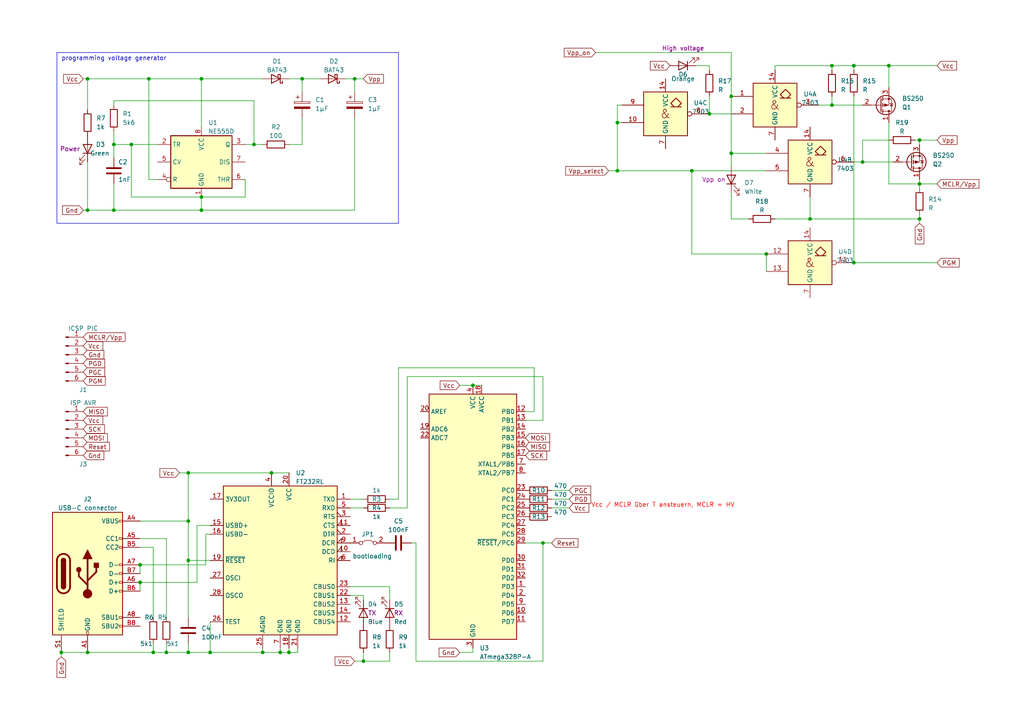
<source format=kicad_sch>
(kicad_sch (version 20230121) (generator eeschema)
  (paper "A4")
  (title_block (title "PIC programmer") (date "2023-11-01") (rev "0.99.0"))
  (lib_symbols
    (symbol "74xx_IEEE:7403"
      (property "Reference" "U" (at 6.35 7.62 0))
      (property "Value" "7403" (at 5.08 -8.89 0))
      (symbol "7403_0_0"
        (polyline (pts (xy 2.54 2.032) (xy 1.524 3.048) (xy 3.048 4.572) (xy 4.572 3.048) (xy 3.556 2.032) (xy 4.572 2.032) (xy 1.524 2.032) (xy 1.524 2.032)) (stroke (width 0.254)) (fill (type background)))
        (text "&" (at 0 0 0) (effects (font (size 2.54 2.54))))
      )
      (symbol "7403_0_1"
        (rectangle (start -6.35 6.35) (end 6.35 -6.35) (stroke (width 0.254)) (fill (type background)))
        (pin power_in line (at 0 10.16 270) (length 3.81) (name "VCC") (number "14"))
        (pin power_in line (at 0 -10.16 90) (length 3.81) (name "GND") (number "7"))
      )
      (symbol "7403_1_1"
        (pin input line (at -12.7 2.54 0) (length 6.35) (name "~") (number "1"))
        (pin input line (at -12.7 -2.54 0) (length 6.35) (name "~") (number "2"))
        (pin open_collector inverted (at 12.7 0 180) (length 6.35) (name "~") (number "3"))
      )
      (symbol "7403_2_1"
        (pin input line (at -12.7 2.54 0) (length 6.35) (name "~") (number "4"))
        (pin input line (at -12.7 -2.54 0) (length 6.35) (name "~") (number "5"))
        (pin open_collector inverted (at 12.7 0 180) (length 6.35) (name "~") (number "6"))
      )
      (symbol "7403_3_1"
        (pin input line (at -12.7 -2.54 0) (length 6.35) (name "~") (number "10"))
        (pin open_collector inverted (at 12.7 0 180) (length 6.35) (name "~") (number "8"))
        (pin input line (at -12.7 2.54 0) (length 6.35) (name "~") (number "9"))
      )
      (symbol "7403_4_1"
        (pin open_collector inverted (at 12.7 0 180) (length 6.35) (name "~") (number "11"))
        (pin input line (at -12.7 2.54 0) (length 6.35) (name "~") (number "12"))
        (pin input line (at -12.7 -2.54 0) (length 6.35) (name "~") (number "13"))
      )
    )
    (symbol "Connector:Conn_01x06_Pin" (pin_names (offset 1.016) hide)
      (property "Reference" "J" (at 0 7.62 0))
      (property "Value" "Conn_01x06_Pin" (at 0 -10.16 0))
      (symbol "Conn_01x06_Pin_1_1"
        (polyline (pts (xy 1.27 -7.62) (xy 0.8636 -7.62)) (stroke (width 0.1524)))
        (polyline (pts (xy 1.27 -5.08) (xy 0.8636 -5.08)) (stroke (width 0.1524)))
        (polyline (pts (xy 1.27 -2.54) (xy 0.8636 -2.54)) (stroke (width 0.1524)))
        (polyline (pts (xy 1.27 0) (xy 0.8636 0)) (stroke (width 0.1524)))
        (polyline (pts (xy 1.27 2.54) (xy 0.8636 2.54)) (stroke (width 0.1524)))
        (polyline (pts (xy 1.27 5.08) (xy 0.8636 5.08)) (stroke (width 0.1524)))
        (rectangle (start 0.8636 -7.493) (end 0 -7.747) (stroke (width 0.1524)) (fill (type outline)))
        (rectangle (start 0.8636 -4.953) (end 0 -5.207) (stroke (width 0.1524)) (fill (type outline)))
        (rectangle (start 0.8636 -2.413) (end 0 -2.667) (stroke (width 0.1524)) (fill (type outline)))
        (rectangle (start 0.8636 0.127) (end 0 -0.127) (stroke (width 0.1524)) (fill (type outline)))
        (rectangle (start 0.8636 2.667) (end 0 2.413) (stroke (width 0.1524)) (fill (type outline)))
        (rectangle (start 0.8636 5.207) (end 0 4.953) (stroke (width 0.1524)) (fill (type outline)))
        (pin passive line (at 5.08 5.08 180) (length 3.81) (name "Pin_1") (number "1"))
        (pin passive line (at 5.08 2.54 180) (length 3.81) (name "Pin_2") (number "2"))
        (pin passive line (at 5.08 0 180) (length 3.81) (name "Pin_3") (number "3"))
        (pin passive line (at 5.08 -2.54 180) (length 3.81) (name "Pin_4") (number "4"))
        (pin passive line (at 5.08 -5.08 180) (length 3.81) (name "Pin_5") (number "5"))
        (pin passive line (at 5.08 -7.62 180) (length 3.81) (name "Pin_6") (number "6"))
      )
    )
    (symbol "Connector:USB_C_Receptacle_USB2.0" (pin_names (offset 1.016))
      (property "Reference" "J" (at -10.16 19.05 0))
      (property "Value" "USB_C_Receptacle_USB2.0" (at 19.05 19.05 0))
      (symbol "USB_C_Receptacle_USB2.0_0_0"
        (rectangle (start -0.254 -17.78) (end 0.254 -16.764))
        (rectangle (start 10.16 -14.986) (end 9.144 -15.494))
        (rectangle (start 10.16 -12.446) (end 9.144 -12.954))
        (rectangle (start 10.16 -4.826) (end 9.144 -5.334))
        (rectangle (start 10.16 -2.286) (end 9.144 -2.794))
        (rectangle (start 10.16 0.254) (end 9.144 -0.254))
        (rectangle (start 10.16 2.794) (end 9.144 2.286))
        (rectangle (start 10.16 7.874) (end 9.144 7.366))
        (rectangle (start 10.16 10.414) (end 9.144 9.906))
        (rectangle (start 10.16 15.494) (end 9.144 14.986))
      )
      (symbol "USB_C_Receptacle_USB2.0_0_1"
        (rectangle (start -10.16 17.78) (end 10.16 -17.78) (stroke (width 0.254)) (fill (type background)))
        (arc (start -8.89 -3.81) (mid -6.985 -5.7067) (end -5.08 -3.81) (stroke (width 0.508)))
        (arc (start -7.62 -3.81) (mid -6.985 -4.4423) (end -6.35 -3.81) (stroke (width 0.254)))
        (arc (start -7.62 -3.81) (mid -6.985 -4.4423) (end -6.35 -3.81) (stroke (width 0.254)) (fill (type outline)))
        (rectangle (start -7.62 -3.81) (end -6.35 3.81) (stroke (width 0.254)) (fill (type outline)))
        (arc (start -6.35 3.81) (mid -6.985 4.4423) (end -7.62 3.81) (stroke (width 0.254)))
        (arc (start -6.35 3.81) (mid -6.985 4.4423) (end -7.62 3.81) (stroke (width 0.254)) (fill (type outline)))
        (arc (start -5.08 3.81) (mid -6.985 5.7067) (end -8.89 3.81) (stroke (width 0.508)))
        (circle (center -2.54 1.143) (radius 0.635) (stroke (width 0.254)) (fill (type outline)))
        (circle (center 0 -5.842) (radius 1.27) (fill (type outline)))
        (polyline (pts (xy -8.89 -3.81) (xy -8.89 3.81)) (stroke (width 0.508)))
        (polyline (pts (xy -5.08 3.81) (xy -5.08 -3.81)) (stroke (width 0.508)))
        (polyline (pts (xy 0 -5.842) (xy 0 4.318)) (stroke (width 0.508)))
        (polyline (pts (xy 0 -3.302) (xy -2.54 -0.762) (xy -2.54 0.508)) (stroke (width 0.508)))
        (polyline (pts (xy 0 -2.032) (xy 2.54 0.508) (xy 2.54 1.778)) (stroke (width 0.508)))
        (polyline (pts (xy -1.27 4.318) (xy 0 6.858) (xy 1.27 4.318) (xy -1.27 4.318)) (stroke (width 0.254)) (fill (type outline)))
        (rectangle (start 1.905 1.778) (end 3.175 3.048) (stroke (width 0.254)) (fill (type outline)))
      )
      (symbol "USB_C_Receptacle_USB2.0_1_1"
        (pin passive line (at 0 -22.86 90) (length 5.08) (name "GND") (number "A1"))
        (pin passive line (at 0 -22.86 90) (length 5.08) hide (name "GND") (number "A12"))
        (pin passive line (at 15.24 15.24 180) (length 5.08) (name "VBUS") (number "A4"))
        (pin bidirectional line (at 15.24 10.16 180) (length 5.08) (name "CC1") (number "A5"))
        (pin bidirectional line (at 15.24 -2.54 180) (length 5.08) (name "D+") (number "A6"))
        (pin bidirectional line (at 15.24 2.54 180) (length 5.08) (name "D-") (number "A7"))
        (pin bidirectional line (at 15.24 -12.7 180) (length 5.08) (name "SBU1") (number "A8"))
        (pin passive line (at 15.24 15.24 180) (length 5.08) hide (name "VBUS") (number "A9"))
        (pin passive line (at 0 -22.86 90) (length 5.08) hide (name "GND") (number "B1"))
        (pin passive line (at 0 -22.86 90) (length 5.08) hide (name "GND") (number "B12"))
        (pin passive line (at 15.24 15.24 180) (length 5.08) hide (name "VBUS") (number "B4"))
        (pin bidirectional line (at 15.24 7.62 180) (length 5.08) (name "CC2") (number "B5"))
        (pin bidirectional line (at 15.24 -5.08 180) (length 5.08) (name "D+") (number "B6"))
        (pin bidirectional line (at 15.24 0 180) (length 5.08) (name "D-") (number "B7"))
        (pin bidirectional line (at 15.24 -15.24 180) (length 5.08) (name "SBU2") (number "B8"))
        (pin passive line (at 15.24 15.24 180) (length 5.08) hide (name "VBUS") (number "B9"))
        (pin passive line (at -7.62 -22.86 90) (length 5.08) (name "SHIELD") (number "S1"))
      )
    )
    (symbol "Device:C" (pin_numbers hide) (pin_names (offset 0.254))
      (property "Reference" "C" (at 0.635 2.54 0))
      (property "Value" "C" (at 0.635 -2.54 0))
      (symbol "C_0_1"
        (polyline (pts (xy -2.032 -0.762) (xy 2.032 -0.762)) (stroke (width 0.508)))
        (polyline (pts (xy -2.032 0.762) (xy 2.032 0.762)) (stroke (width 0.508)))
      )
      (symbol "C_1_1"
        (pin passive line (at 0 3.81 270) (length 2.794) (name "~") (number "1"))
        (pin passive line (at 0 -3.81 90) (length 2.794) (name "~") (number "2"))
      )
    )
    (symbol "Device:C_Polarized" (pin_numbers hide) (pin_names (offset 0.254))
      (property "Reference" "C" (at 0.635 2.54 0))
      (property "Value" "C_Polarized" (at 0.635 -2.54 0))
      (symbol "C_Polarized_0_1"
        (rectangle (start -2.286 0.508) (end 2.286 1.016))
        (polyline (pts (xy -1.778 2.286) (xy -0.762 2.286)))
        (polyline (pts (xy -1.27 2.794) (xy -1.27 1.778)))
        (rectangle (start 2.286 -0.508) (end -2.286 -1.016) (fill (type outline)))
      )
      (symbol "C_Polarized_1_1"
        (pin passive line (at 0 3.81 270) (length 2.794) (name "~") (number "1"))
        (pin passive line (at 0 -3.81 90) (length 2.794) (name "~") (number "2"))
      )
    )
    (symbol "Device:LED" (pin_numbers hide) (pin_names (offset 1.016) hide)
      (property "Reference" "D" (at 0 2.54 0))
      (property "Value" "LED" (at 0 -2.54 0))
      (symbol "LED_0_1"
        (polyline (pts (xy -1.27 -1.27) (xy -1.27 1.27)) (stroke (width 0.254)))
        (polyline (pts (xy -1.27 0) (xy 1.27 0)))
        (polyline (pts (xy 1.27 -1.27) (xy 1.27 1.27) (xy -1.27 0) (xy 1.27 -1.27)) (stroke (width 0.254)))
        (polyline (pts (xy -3.048 -0.762) (xy -4.572 -2.286) (xy -3.81 -2.286) (xy -4.572 -2.286) (xy -4.572 -1.524)))
        (polyline (pts (xy -1.778 -0.762) (xy -3.302 -2.286) (xy -2.54 -2.286) (xy -3.302 -2.286) (xy -3.302 -1.524)))
      )
      (symbol "LED_1_1"
        (pin passive line (at -3.81 0 0) (length 2.54) (name "K") (number "1"))
        (pin passive line (at 3.81 0 180) (length 2.54) (name "A") (number "2"))
      )
    )
    (symbol "Device:R" (pin_numbers hide) (pin_names (offset 0))
      (property "Reference" "R" (at 2.032 0 90))
      (property "Value" "R" (at 0 0 90))
      (symbol "R_0_1"
        (rectangle (start -1.016 -2.54) (end 1.016 2.54) (stroke (width 0.254)))
      )
      (symbol "R_1_1"
        (pin passive line (at 0 3.81 270) (length 1.27) (name "~") (number "1"))
        (pin passive line (at 0 -3.81 90) (length 1.27) (name "~") (number "2"))
      )
    )
    (symbol "Diode:BAT43" (pin_numbers hide) (pin_names (offset 1.016) hide)
      (property "Reference" "D" (at 0 2.54 0))
      (property "Value" "BAT43" (at 0 -2.54 0))
      (symbol "BAT43_0_1"
        (polyline (pts (xy 1.27 0) (xy -1.27 0)))
        (polyline (pts (xy 1.27 1.27) (xy 1.27 -1.27) (xy -1.27 0) (xy 1.27 1.27)) (stroke (width 0.254)))
        (polyline (pts (xy -1.905 0.635) (xy -1.905 1.27) (xy -1.27 1.27) (xy -1.27 -1.27) (xy -0.635 -1.27) (xy -0.635 -0.635)) (stroke (width 0.254)))
      )
      (symbol "BAT43_1_1"
        (pin passive line (at -3.81 0 0) (length 2.54) (name "K") (number "1"))
        (pin passive line (at 3.81 0 180) (length 2.54) (name "A") (number "2"))
      )
    )
    (symbol "Interface_USB:FT232RL"
      (property "Reference" "U" (at -16.51 22.86 0))
      (property "Value" "FT232RL" (at 10.16 22.86 0))
      (symbol "FT232RL_0_1"
        (rectangle (start -16.51 21.59) (end 16.51 -21.59) (stroke (width 0.254)) (fill (type background)))
      )
      (symbol "FT232RL_1_1"
        (pin output line (at 20.32 17.78 180) (length 3.81) (name "TXD") (number "1"))
        (pin input input_low (at 20.32 2.54 180) (length 3.81) (name "DCD") (number "10"))
        (pin input input_low (at 20.32 10.16 180) (length 3.81) (name "CTS") (number "11"))
        (pin bidirectional line (at 20.32 -17.78 180) (length 3.81) (name "CBUS4") (number "12"))
        (pin bidirectional line (at 20.32 -12.7 180) (length 3.81) (name "CBUS2") (number "13"))
        (pin bidirectional line (at 20.32 -15.24 180) (length 3.81) (name "CBUS3") (number "14"))
        (pin bidirectional line (at -20.32 10.16 0) (length 3.81) (name "USBD+") (number "15"))
        (pin bidirectional line (at -20.32 7.62 0) (length 3.81) (name "USBD-") (number "16"))
        (pin power_out line (at -20.32 17.78 0) (length 3.81) (name "3V3OUT") (number "17"))
        (pin power_in line (at 2.54 -25.4 90) (length 3.81) (name "GND") (number "18"))
        (pin input line (at -20.32 0 0) (length 3.81) (name "~{RESET}") (number "19"))
        (pin output output_low (at 20.32 7.62 180) (length 3.81) (name "DTR") (number "2"))
        (pin power_in line (at 2.54 25.4 270) (length 3.81) (name "VCC") (number "20"))
        (pin power_in line (at 5.08 -25.4 90) (length 3.81) (name "GND") (number "21"))
        (pin bidirectional line (at 20.32 -10.16 180) (length 3.81) (name "CBUS1") (number "22"))
        (pin bidirectional line (at 20.32 -7.62 180) (length 3.81) (name "CBUS0") (number "23"))
        (pin power_in line (at -5.08 -25.4 90) (length 3.81) (name "AGND") (number "25"))
        (pin input line (at -20.32 -17.78 0) (length 3.81) (name "TEST") (number "26"))
        (pin input line (at -20.32 -5.08 0) (length 3.81) (name "OSCI") (number "27"))
        (pin output line (at -20.32 -10.16 0) (length 3.81) (name "OSCO") (number "28"))
        (pin output output_low (at 20.32 12.7 180) (length 3.81) (name "RTS") (number "3"))
        (pin power_in line (at -2.54 25.4 270) (length 3.81) (name "VCCIO") (number "4"))
        (pin input line (at 20.32 15.24 180) (length 3.81) (name "RXD") (number "5"))
        (pin input input_low (at 20.32 0 180) (length 3.81) (name "RI") (number "6"))
        (pin power_in line (at 0 -25.4 90) (length 3.81) (name "GND") (number "7"))
        (pin input input_low (at 20.32 5.08 180) (length 3.81) (name "DCR") (number "9"))
      )
    )
    (symbol "Jumper:Jumper_2_Bridged" (pin_names (offset 0) hide)
      (property "Reference" "JP" (at 0 1.905 0))
      (property "Value" "Jumper_2_Bridged" (at 0 -2.54 0))
      (symbol "Jumper_2_Bridged_0_0"
        (circle (center -2.032 0) (radius 0.508))
        (circle (center 2.032 0) (radius 0.508))
      )
      (symbol "Jumper_2_Bridged_0_1"
        (arc (start 1.524 0.254) (mid 0 0.762) (end -1.524 0.254))
      )
      (symbol "Jumper_2_Bridged_1_1"
        (pin passive line (at -5.08 0 0) (length 2.54) (name "A") (number "1"))
        (pin passive line (at 5.08 0 180) (length 2.54) (name "B") (number "2"))
      )
    )
    (symbol "MCU_Microchip_ATmega:ATmega328P-A"
      (property "Reference" "U" (at -12.7 36.83 0))
      (property "Value" "ATmega328P-A" (at 2.54 -36.83 0))
      (symbol "ATmega328P-A_0_1"
        (rectangle (start -12.7 -35.56) (end 12.7 35.56) (stroke (width 0.254)) (fill (type background)))
      )
      (symbol "ATmega328P-A_1_1"
        (pin bidirectional line (at 15.24 -20.32 180) (length 2.54) (name "PD3") (number "1"))
        (pin bidirectional line (at 15.24 -27.94 180) (length 2.54) (name "PD6") (number "10"))
        (pin bidirectional line (at 15.24 -30.48 180) (length 2.54) (name "PD7") (number "11"))
        (pin bidirectional line (at 15.24 30.48 180) (length 2.54) (name "PB0") (number "12"))
        (pin bidirectional line (at 15.24 27.94 180) (length 2.54) (name "PB1") (number "13"))
        (pin bidirectional line (at 15.24 25.4 180) (length 2.54) (name "PB2") (number "14"))
        (pin bidirectional line (at 15.24 22.86 180) (length 2.54) (name "PB3") (number "15"))
        (pin bidirectional line (at 15.24 20.32 180) (length 2.54) (name "PB4") (number "16"))
        (pin bidirectional line (at 15.24 17.78 180) (length 2.54) (name "PB5") (number "17"))
        (pin power_in line (at 2.54 38.1 270) (length 2.54) (name "AVCC") (number "18"))
        (pin input line (at -15.24 25.4 0) (length 2.54) (name "ADC6") (number "19"))
        (pin bidirectional line (at 15.24 -22.86 180) (length 2.54) (name "PD4") (number "2"))
        (pin passive line (at -15.24 30.48 0) (length 2.54) (name "AREF") (number "20"))
        (pin passive line (at 0 -38.1 90) (length 2.54) hide (name "GND") (number "21"))
        (pin input line (at -15.24 22.86 0) (length 2.54) (name "ADC7") (number "22"))
        (pin bidirectional line (at 15.24 7.62 180) (length 2.54) (name "PC0") (number "23"))
        (pin bidirectional line (at 15.24 5.08 180) (length 2.54) (name "PC1") (number "24"))
        (pin bidirectional line (at 15.24 2.54 180) (length 2.54) (name "PC2") (number "25"))
        (pin bidirectional line (at 15.24 0 180) (length 2.54) (name "PC3") (number "26"))
        (pin bidirectional line (at 15.24 -2.54 180) (length 2.54) (name "PC4") (number "27"))
        (pin bidirectional line (at 15.24 -5.08 180) (length 2.54) (name "PC5") (number "28"))
        (pin bidirectional line (at 15.24 -7.62 180) (length 2.54) (name "~{RESET}/PC6") (number "29"))
        (pin power_in line (at 0 -38.1 90) (length 2.54) (name "GND") (number "3"))
        (pin bidirectional line (at 15.24 -12.7 180) (length 2.54) (name "PD0") (number "30"))
        (pin bidirectional line (at 15.24 -15.24 180) (length 2.54) (name "PD1") (number "31"))
        (pin bidirectional line (at 15.24 -17.78 180) (length 2.54) (name "PD2") (number "32"))
        (pin power_in line (at 0 38.1 270) (length 2.54) (name "VCC") (number "4"))
        (pin passive line (at 0 -38.1 90) (length 2.54) hide (name "GND") (number "5"))
        (pin passive line (at 0 38.1 270) (length 2.54) hide (name "VCC") (number "6"))
        (pin bidirectional line (at 15.24 15.24 180) (length 2.54) (name "XTAL1/PB6") (number "7"))
        (pin bidirectional line (at 15.24 12.7 180) (length 2.54) (name "XTAL2/PB7") (number "8"))
        (pin bidirectional line (at 15.24 -25.4 180) (length 2.54) (name "PD5") (number "9"))
      )
    )
    (symbol "Timer:NE555D"
      (property "Reference" "U" (at -10.16 8.89 0))
      (property "Value" "NE555D" (at 2.54 8.89 0))
      (symbol "NE555D_0_0"
        (pin power_in line (at 0 -10.16 90) (length 2.54) (name "GND") (number "1"))
        (pin power_in line (at 0 10.16 270) (length 2.54) (name "VCC") (number "8"))
      )
      (symbol "NE555D_0_1"
        (rectangle (start -8.89 -7.62) (end 8.89 7.62) (stroke (width 0.254)) (fill (type background)))
        (rectangle (start -8.89 -7.62) (end 8.89 7.62) (stroke (width 0.254)) (fill (type background)))
      )
      (symbol "NE555D_1_1"
        (pin input line (at -12.7 5.08 0) (length 3.81) (name "TR") (number "2"))
        (pin output line (at 12.7 5.08 180) (length 3.81) (name "Q") (number "3"))
        (pin input inverted (at -12.7 -5.08 0) (length 3.81) (name "R") (number "4"))
        (pin input line (at -12.7 0 0) (length 3.81) (name "CV") (number "5"))
        (pin input line (at 12.7 -5.08 180) (length 3.81) (name "THR") (number "6"))
        (pin input line (at 12.7 0 180) (length 3.81) (name "DIS") (number "7"))
      )
    )
    (symbol "Transistor_FET:BS250" (pin_names hide)
      (property "Reference" "Q" (at 5.08 1.905 0))
      (property "Value" "BS250" (at 5.08 0 0))
      (symbol "BS250_0_1"
        (polyline (pts (xy 0.254 0) (xy -2.54 0)))
        (polyline (pts (xy 0.254 1.905) (xy 0.254 -1.905)) (stroke (width 0.254)))
        (polyline (pts (xy 0.762 -1.27) (xy 0.762 -2.286)) (stroke (width 0.254)))
        (polyline (pts (xy 0.762 0.508) (xy 0.762 -0.508)) (stroke (width 0.254)))
        (polyline (pts (xy 0.762 2.286) (xy 0.762 1.27)) (stroke (width 0.254)))
        (polyline (pts (xy 2.54 2.54) (xy 2.54 1.778)))
        (polyline (pts (xy 2.54 -2.54) (xy 2.54 0) (xy 0.762 0)))
        (polyline (pts (xy 0.762 1.778) (xy 3.302 1.778) (xy 3.302 -1.778) (xy 0.762 -1.778)))
        (polyline (pts (xy 2.286 0) (xy 1.27 0.381) (xy 1.27 -0.381) (xy 2.286 0)) (fill (type outline)))
        (polyline (pts (xy 2.794 -0.508) (xy 2.921 -0.381) (xy 3.683 -0.381) (xy 3.81 -0.254)))
        (polyline (pts (xy 3.302 -0.381) (xy 2.921 0.254) (xy 3.683 0.254) (xy 3.302 -0.381)))
        (circle (center 1.651 0) (radius 2.794) (stroke (width 0.254)))
        (circle (center 2.54 -1.778) (radius 0.254) (fill (type outline)))
        (circle (center 2.54 1.778) (radius 0.254) (fill (type outline)))
      )
      (symbol "BS250_1_1"
        (pin passive line (at 2.54 5.08 270) (length 2.54) (name "D") (number "1"))
        (pin input line (at -5.08 0 0) (length 2.54) (name "G") (number "2"))
        (pin passive line (at 2.54 -5.08 90) (length 2.54) (name "S") (number "3"))
      )
    )
  )
  (junction (at 40.64 163.83))
  (junction (at 266.7 53.34))
  (junction (at 179.07 35.56))
  (junction (at 266.7 63.5))
  (junction (at 266.7 40.64))
  (junction (at 179.07 49.53))
  (junction (at 222.25 73.66))
  (junction (at 54.61 162.56))
  (junction (at 54.61 151.13))
  (junction (at 83.82 189.23))
  (junction (at 54.61 137.16))
  (junction (at 81.28 189.23))
  (junction (at 54.61 189.23))
  (junction (at 157.48 157.48))
  (junction (at 60.96 189.23))
  (junction (at 250.19 46.99))
  (junction (at 87.63 22.86))
  (junction (at 73.66 41.91))
  (junction (at 76.2 189.23))
  (junction (at 58.42 57.15))
  (junction (at 137.16 111.76))
  (junction (at 247.65 76.2))
  (junction (at 212.09 27.94))
  (junction (at 241.3 19.05))
  (junction (at 241.3 30.48))
  (junction (at 40.64 168.91))
  (junction (at 102.87 22.86))
  (junction (at 247.65 19.05))
  (junction (at 58.42 22.86))
  (junction (at 25.4 189.23))
  (junction (at 58.42 60.96))
  (junction (at 48.26 189.23))
  (junction (at 33.02 41.91))
  (junction (at 25.4 22.86))
  (junction (at 33.02 60.96))
  (junction (at 78.74 137.16))
  (junction (at 234.95 63.5))
  (junction (at 257.81 19.05))
  (junction (at 43.18 22.86))
  (junction (at 212.09 44.45))
  (junction (at 105.41 191.77))
  (junction (at 25.4 60.96))
  (junction (at 17.78 189.23))
  (junction (at 44.45 189.23))
  (junction (at 205.74 33.02))
  (junction (at 200.66 49.53))
  (junction (at 38.1 41.91))
  (wire (pts (xy 222.25 73.66) (xy 222.25 78.74)))
  (wire (pts (xy 105.41 191.77) (xy 113.03 191.77)))
  (wire (pts (xy 247.65 46.99) (xy 250.19 46.99)))
  (wire (pts (xy 266.7 53.34) (xy 266.7 54.61)))
  (wire (pts (xy 266.7 62.23) (xy 266.7 63.5)))
  (wire (pts (xy 137.16 111.76) (xy 139.7 111.76)))
  (wire (pts (xy 257.81 19.05) (xy 271.78 19.05)))
  (wire (pts (xy 33.02 29.21) (xy 33.02 30.48)))
  (wire (pts (xy 58.42 22.86) (xy 58.42 36.83)))
  (wire (pts (xy 57.15 152.4) (xy 60.96 152.4)))
  (wire (pts (xy 54.61 137.16) (xy 54.61 151.13)))
  (wire (pts (xy 157.48 157.48) (xy 157.48 191.77)))
  (wire (pts (xy 266.7 63.5) (xy 266.7 64.77)))
  (wire (pts (xy 59.69 163.83) (xy 59.69 154.94)))
  (wire (pts (xy 224.79 19.05) (xy 241.3 19.05)))
  (wire (pts (xy 54.61 151.13) (xy 54.61 162.56)))
  (wire (pts (xy 266.7 53.34) (xy 271.78 53.34)))
  (wire (pts (xy 101.6 170.18) (xy 113.03 170.18)))
  (wire (pts (xy 48.26 189.23) (xy 54.61 189.23)))
  (wire (pts (xy 86.36 187.96) (xy 86.36 189.23)))
  (wire (pts (xy 105.41 189.23) (xy 105.41 191.77)))
  (wire (pts (xy 48.26 179.07) (xy 48.26 156.21)))
  (wire (pts (xy 33.02 41.91) (xy 38.1 41.91)))
  (wire (pts (xy 45.72 52.07) (xy 43.18 52.07)))
  (wire (pts (xy 152.4 157.48) (xy 157.48 157.48)))
  (wire (pts (xy 87.63 22.86) (xy 92.71 22.86)))
  (wire (pts (xy 222.25 73.66) (xy 200.66 73.66)))
  (wire (pts (xy 250.19 46.99) (xy 259.08 46.99)))
  (wire (pts (xy 234.95 63.5) (xy 266.7 63.5)))
  (wire (pts (xy 40.64 163.83) (xy 59.69 163.83)))
  (wire (pts (xy 58.42 60.96) (xy 102.87 60.96)))
  (wire (pts (xy 87.63 41.91) (xy 87.63 34.29)))
  (wire (pts (xy 58.42 57.15) (xy 58.42 60.96)))
  (wire (pts (xy 247.65 76.2) (xy 271.78 76.2)))
  (wire (pts (xy 54.61 137.16) (xy 78.74 137.16)))
  (wire (pts (xy 157.48 109.22) (xy 157.48 121.92)))
  (wire (pts (xy 44.45 158.75) (xy 40.64 158.75)))
  (wire (pts (xy 52.07 137.16) (xy 54.61 137.16)))
  (wire (pts (xy 83.82 189.23) (xy 86.36 189.23)))
  (wire (pts (xy 154.94 119.38) (xy 152.4 119.38)))
  (wire (pts (xy 38.1 41.91) (xy 45.72 41.91)))
  (wire (pts (xy 241.3 19.05) (xy 241.3 20.32)))
  (wire (pts (xy 205.74 33.02) (xy 212.09 33.02)))
  (wire (pts (xy 54.61 162.56) (xy 54.61 179.07)))
  (wire (pts (xy 212.09 55.88) (xy 212.09 63.5)))
  (wire (pts (xy 179.07 49.53) (xy 200.66 49.53)))
  (wire (pts (xy 48.26 189.23) (xy 48.26 186.69)))
  (wire (pts (xy 257.81 19.05) (xy 257.81 25.4)))
  (wire (pts (xy 83.82 187.96) (xy 83.82 189.23)))
  (wire (pts (xy 24.13 60.96) (xy 25.4 60.96)))
  (wire (pts (xy 212.09 63.5) (xy 217.17 63.5)))
  (wire (pts (xy 205.74 27.94) (xy 205.74 33.02)))
  (wire (pts (xy 38.1 57.15) (xy 58.42 57.15)))
  (wire (pts (xy 33.02 29.21) (xy 73.66 29.21)))
  (wire (pts (xy 115.57 106.68) (xy 154.94 106.68)))
  (wire (pts (xy 120.65 157.48) (xy 120.65 191.77)))
  (wire (pts (xy 25.4 60.96) (xy 33.02 60.96)))
  (wire (pts (xy 43.18 22.86) (xy 43.18 52.07)))
  (wire (pts (xy 101.6 144.78) (xy 105.41 144.78)))
  (wire (pts (xy 247.65 19.05) (xy 247.65 20.32)))
  (wire (pts (xy 265.43 40.64) (xy 266.7 40.64)))
  (wire (pts (xy 201.93 19.05) (xy 205.74 19.05)))
  (wire (pts (xy 266.7 40.64) (xy 266.7 41.91)))
  (wire (pts (xy 257.81 35.56) (xy 257.81 53.34)))
  (wire (pts (xy 105.41 173.99) (xy 105.41 172.72)))
  (wire (pts (xy 234.95 57.15) (xy 234.95 63.5)))
  (wire (pts (xy 179.07 30.48) (xy 180.34 30.48)))
  (wire (pts (xy 241.3 30.48) (xy 250.19 30.48)))
  (wire (pts (xy 58.42 22.86) (xy 76.2 22.86)))
  (wire (pts (xy 25.4 22.86) (xy 25.4 31.75)))
  (wire (pts (xy 200.66 49.53) (xy 222.25 49.53)))
  (wire (pts (xy 59.69 154.94) (xy 60.96 154.94)))
  (wire (pts (xy 266.7 40.64) (xy 271.78 40.64)))
  (wire (pts (xy 172.72 15.24) (xy 212.09 15.24)))
  (wire (pts (xy 102.87 191.77) (xy 105.41 191.77)))
  (wire (pts (xy 33.02 60.96) (xy 58.42 60.96)))
  (wire (pts (xy 241.3 19.05) (xy 247.65 19.05)))
  (wire (pts (xy 33.02 38.1) (xy 33.02 41.91)))
  (wire (pts (xy 250.19 40.64) (xy 257.81 40.64)))
  (wire (pts (xy 250.19 40.64) (xy 250.19 46.99)))
  (wire (pts (xy 237.49 30.48) (xy 241.3 30.48)))
  (wire (pts (xy 60.96 180.34) (xy 60.96 189.23)))
  (wire (pts (xy 58.42 57.15) (xy 71.12 57.15)))
  (wire (pts (xy 71.12 41.91) (xy 73.66 41.91)))
  (wire (pts (xy 24.13 22.86) (xy 25.4 22.86)))
  (wire (pts (xy 133.35 111.76) (xy 137.16 111.76)))
  (wire (pts (xy 224.79 63.5) (xy 234.95 63.5)))
  (wire (pts (xy 44.45 186.69) (xy 44.45 189.23)))
  (wire (pts (xy 222.25 44.45) (xy 212.09 44.45)))
  (wire (pts (xy 157.48 121.92) (xy 152.4 121.92)))
  (wire (pts (xy 25.4 46.99) (xy 25.4 60.96)))
  (wire (pts (xy 44.45 189.23) (xy 48.26 189.23)))
  (wire (pts (xy 105.41 172.72) (xy 101.6 172.72)))
  (wire (pts (xy 43.18 22.86) (xy 58.42 22.86)))
  (wire (pts (xy 101.6 147.32) (xy 105.41 147.32)))
  (wire (pts (xy 38.1 41.91) (xy 38.1 57.15)))
  (wire (pts (xy 179.07 35.56) (xy 180.34 35.56)))
  (wire (pts (xy 81.28 187.96) (xy 81.28 189.23)))
  (wire (pts (xy 160.02 147.32) (xy 165.1 147.32)))
  (wire (pts (xy 212.09 15.24) (xy 212.09 27.94)))
  (wire (pts (xy 118.11 147.32) (xy 118.11 109.22)))
  (wire (pts (xy 40.64 168.91) (xy 57.15 168.91)))
  (wire (pts (xy 87.63 22.86) (xy 87.63 26.67)))
  (wire (pts (xy 40.64 168.91) (xy 40.64 171.45)))
  (wire (pts (xy 137.16 189.23) (xy 137.16 187.96)))
  (wire (pts (xy 119.38 157.48) (xy 120.65 157.48)))
  (wire (pts (xy 83.82 41.91) (xy 87.63 41.91)))
  (wire (pts (xy 100.33 22.86) (xy 102.87 22.86)))
  (wire (pts (xy 212.09 27.94) (xy 212.09 44.45)))
  (wire (pts (xy 60.96 189.23) (xy 76.2 189.23)))
  (wire (pts (xy 48.26 156.21) (xy 40.64 156.21)))
  (wire (pts (xy 25.4 22.86) (xy 43.18 22.86)))
  (wire (pts (xy 73.66 41.91) (xy 76.2 41.91)))
  (wire (pts (xy 71.12 57.15) (xy 71.12 52.07)))
  (wire (pts (xy 224.79 20.32) (xy 224.79 19.05)))
  (wire (pts (xy 113.03 170.18) (xy 113.03 173.99)))
  (wire (pts (xy 200.66 73.66) (xy 200.66 49.53)))
  (wire (pts (xy 54.61 189.23) (xy 60.96 189.23)))
  (wire (pts (xy 54.61 186.69) (xy 54.61 189.23)))
  (wire (pts (xy 33.02 41.91) (xy 33.02 45.72)))
  (wire (pts (xy 247.65 19.05) (xy 257.81 19.05)))
  (wire (pts (xy 212.09 44.45) (xy 212.09 48.26)))
  (wire (pts (xy 113.03 144.78) (xy 115.57 144.78)))
  (wire (pts (xy 266.7 52.07) (xy 266.7 53.34)))
  (wire (pts (xy 118.11 109.22) (xy 157.48 109.22)))
  (wire (pts (xy 160.02 144.78) (xy 165.1 144.78)))
  (wire (pts (xy 179.07 30.48) (xy 179.07 35.56)))
  (wire (pts (xy 40.64 151.13) (xy 54.61 151.13)))
  (wire (pts (xy 157.48 191.77) (xy 120.65 191.77)))
  (wire (pts (xy 83.82 22.86) (xy 87.63 22.86)))
  (wire (pts (xy 17.78 189.23) (xy 17.78 190.5)))
  (wire (pts (xy 102.87 34.29) (xy 102.87 60.96)))
  (wire (pts (xy 154.94 106.68) (xy 154.94 119.38)))
  (wire (pts (xy 113.03 191.77) (xy 113.03 189.23)))
  (wire (pts (xy 81.28 189.23) (xy 83.82 189.23)))
  (wire (pts (xy 76.2 187.96) (xy 76.2 189.23)))
  (wire (pts (xy 73.66 41.91) (xy 73.66 29.21)))
  (wire (pts (xy 205.74 19.05) (xy 205.74 20.32)))
  (wire (pts (xy 133.35 189.23) (xy 137.16 189.23)))
  (wire (pts (xy 257.81 53.34) (xy 266.7 53.34)))
  (wire (pts (xy 179.07 35.56) (xy 179.07 49.53)))
  (wire (pts (xy 176.53 49.53) (xy 179.07 49.53)))
  (wire (pts (xy 113.03 147.32) (xy 118.11 147.32)))
  (wire (pts (xy 115.57 144.78) (xy 115.57 106.68)))
  (wire (pts (xy 247.65 27.94) (xy 247.65 76.2)))
  (wire (pts (xy 78.74 137.16) (xy 83.82 137.16)))
  (wire (pts (xy 241.3 27.94) (xy 241.3 30.48)))
  (wire (pts (xy 40.64 163.83) (xy 40.64 166.37)))
  (wire (pts (xy 57.15 168.91) (xy 57.15 152.4)))
  (wire (pts (xy 25.4 189.23) (xy 44.45 189.23)))
  (wire (pts (xy 157.48 157.48) (xy 160.02 157.48)))
  (wire (pts (xy 160.02 142.24) (xy 165.1 142.24)))
  (wire (pts (xy 76.2 189.23) (xy 81.28 189.23)))
  (wire (pts (xy 44.45 179.07) (xy 44.45 158.75)))
  (wire (pts (xy 17.78 189.23) (xy 25.4 189.23)))
  (wire (pts (xy 33.02 53.34) (xy 33.02 60.96)))
  (wire (pts (xy 102.87 22.86) (xy 105.41 22.86)))
  (wire (pts (xy 102.87 22.86) (xy 102.87 26.67)))
  (wire (pts (xy 54.61 162.56) (xy 60.96 162.56)))
  (rectangle (start 114.3 64.77) (end 114.3 64.77))
  (rectangle (start 16.51 15.24) (end 115.57 64.77))
  (text "programming voltage generator" (at 17.78 17.78 0) (effects (font (size 1.27 1.27)) (justify left bottom)))
  (text "Vcc / MCLR über T ansteuern, MCLR = HV" (at 171.45 147.32 0) (effects (font (size 1.27 1.27)) (justify left bottom)))
  (global_label "MCLR{slash}Vpp" (shape input) (at 24.13 97.79 0) (property "Intersheetrefs" "${INTERSHEET_REFS}" (effects hide)))
  (global_label "Reset" (shape input) (at 160.02 157.48 0) (property "Intersheetrefs" "${INTERSHEET_REFS}" (effects hide)))
  (global_label "Vcc" (shape input) (at 133.35 111.76 180) (property "Intersheetrefs" "${INTERSHEET_REFS}" (effects hide)))
  (global_label "Gnd" (shape input) (at 24.13 132.08 0) (property "Intersheetrefs" "${INTERSHEET_REFS}" (effects hide)))
  (global_label "MISO" (shape input) (at 24.13 119.38 0) (property "Intersheetrefs" "${INTERSHEET_REFS}" (effects hide)))
  (global_label "Reset" (shape input) (at 24.13 129.54 0) (property "Intersheetrefs" "${INTERSHEET_REFS}" (effects hide)))
  (global_label "Gnd" (shape input) (at 133.35 189.23 180) (property "Intersheetrefs" "${INTERSHEET_REFS}" (effects hide)))
  (global_label "MOSI" (shape input) (at 152.4 127 0) (property "Intersheetrefs" "${INTERSHEET_REFS}" (effects hide)))
  (global_label "MOSI" (shape input) (at 24.13 127 0) (property "Intersheetrefs" "${INTERSHEET_REFS}" (effects hide)))
  (global_label "Vpp_on" (shape input) (at 172.72 15.24 180) (property "Intersheetrefs" "${INTERSHEET_REFS}" (effects hide)))
  (global_label "MISO" (shape input) (at 152.4 129.54 0) (property "Intersheetrefs" "${INTERSHEET_REFS}" (effects hide)))
  (global_label "Gnd" (shape input) (at 17.78 190.5 270) (property "Intersheetrefs" "${INTERSHEET_REFS}" (effects hide)))
  (global_label "Vcc" (shape input) (at 165.1 147.32 0) (property "Intersheetrefs" "${INTERSHEET_REFS}" (effects hide)))
  (global_label "PGC" (shape input) (at 165.1 142.24 0) (property "Intersheetrefs" "${INTERSHEET_REFS}" (effects hide)))
  (global_label "PGC" (shape input) (at 24.13 107.95 0) (property "Intersheetrefs" "${INTERSHEET_REFS}" (effects hide)))
  (global_label "Vcc" (shape input) (at 194.31 19.05 180) (property "Intersheetrefs" "${INTERSHEET_REFS}" (effects hide)))
  (global_label "PGD" (shape input) (at 24.13 105.41 0) (property "Intersheetrefs" "${INTERSHEET_REFS}" (effects hide)))
  (global_label "PGD" (shape input) (at 165.1 144.78 0) (property "Intersheetrefs" "${INTERSHEET_REFS}" (effects hide)))
  (global_label "Vcc" (shape input) (at 271.78 19.05 0) (property "Intersheetrefs" "${INTERSHEET_REFS}" (effects hide)))
  (global_label "Vpp" (shape input) (at 105.41 22.86 0) (property "Intersheetrefs" "${INTERSHEET_REFS}" (effects hide)))
  (global_label "Vpp_select" (shape input) (at 176.53 49.53 180) (property "Intersheetrefs" "${INTERSHEET_REFS}" (effects hide)))
  (global_label "SCK" (shape input) (at 24.13 124.46 0) (property "Intersheetrefs" "${INTERSHEET_REFS}" (effects hide)))
  (global_label "PGM" (shape input) (at 271.78 76.2 0) (property "Intersheetrefs" "${INTERSHEET_REFS}" (effects hide)))
  (global_label "Gnd" (shape input) (at 24.13 60.96 180) (property "Intersheetrefs" "${INTERSHEET_REFS}" (effects hide)))
  (global_label "Vcc" (shape input) (at 52.07 137.16 180) (property "Intersheetrefs" "${INTERSHEET_REFS}" (effects hide)))
  (global_label "Vcc" (shape input) (at 102.87 191.77 180) (property "Intersheetrefs" "${INTERSHEET_REFS}" (effects hide)))
  (global_label "Vcc" (shape input) (at 24.13 22.86 180) (property "Intersheetrefs" "${INTERSHEET_REFS}" (effects hide)))
  (global_label "PGM" (shape input) (at 24.13 110.49 0) (property "Intersheetrefs" "${INTERSHEET_REFS}" (effects hide)))
  (global_label "MCLR{slash}Vpp" (shape input) (at 271.78 53.34 0) (property "Intersheetrefs" "${INTERSHEET_REFS}" (effects hide)))
  (global_label "Vcc" (shape input) (at 24.13 121.92 0) (property "Intersheetrefs" "${INTERSHEET_REFS}" (effects hide)))
  (global_label "SCK" (shape input) (at 152.4 132.08 0) (property "Intersheetrefs" "${INTERSHEET_REFS}" (effects hide)))
  (global_label "Gnd" (shape input) (at 24.13 102.87 0) (property "Intersheetrefs" "${INTERSHEET_REFS}" (effects hide)))
  (global_label "Vpp" (shape input) (at 271.78 40.64 0) (property "Intersheetrefs" "${INTERSHEET_REFS}" (effects hide)))
  (global_label "Gnd" (shape input) (at 266.7 64.77 270) (property "Intersheetrefs" "${INTERSHEET_REFS}" (effects hide)))
  (global_label "Vcc" (shape input) (at 24.13 100.33 0) (property "Intersheetrefs" "${INTERSHEET_REFS}" (effects hide)))
  (symbol (lib_id "Device:R") (at 247.65 24.13 0) (unit 1)
    (property "Reference" "R15" (at 250.19 23.495 0) (effects (justify left)))
    (property "Value" "R" (at 250.19 26.035 0) (effects (justify left)))
    (property "Footprint" "Resistor_SMD:R_0805_2012Metric_Pad1.20x1.40mm_HandSolder" (effects hide))
  )
  (symbol (lib_id "Jumper:Jumper_2_Bridged") (at 106.68 157.48 0) (unit 1)
    (property "Reference" "JP1" (at 106.68 154.94 0))
    (property "Value" "bootloading" (at 107.95 161.29 0))
    (property "Footprint" "TestPoint:TestPoint_Bridge_Pitch2.54mm_Drill0.7mm" (effects hide))
  )
  (symbol (lib_id "Device:C_Polarized") (at 102.87 30.48 0) (unit 1)
    (property "Reference" "C3" (at 106.68 28.956 0) (effects (justify left)))
    (property "Value" "1µF" (at 106.68 31.496 0) (effects (justify left)))
    (property "Footprint" "Capacitor_Tantalum_SMD:CP_EIA-1608-08_AVX-J" (effects hide))
  )
  (symbol (lib_id "Connector:USB_C_Receptacle_USB2.0") (at 25.4 166.37 0) (unit 1)
    (property "Reference" "J2" (at 25.4 144.78 0))
    (property "Value" "USB-C connector" (at 25.4 147.32 0))
    (property "Footprint" "Connector_USB:USB_C_Receptacle_GCT_USB4105-xx-A_16P_TopMnt_Horizontal" (effects hide))
    (property "Datasheet" "https://www.usb.org/sites/default/files/documents/usb_type-c.zip" (effects hide))
  )
  (symbol (lib_id "Device:R") (at 266.7 58.42 0) (unit 1)
    (property "Reference" "R14" (at 269.24 57.785 0) (effects (justify left)))
    (property "Value" "R" (at 269.24 60.325 0) (effects (justify left)))
    (property "Footprint" "Resistor_SMD:R_0805_2012Metric_Pad1.20x1.40mm_HandSolder" (effects hide))
  )
  (symbol (lib_id "Device:LED") (at 212.09 52.07 90) (unit 1)
    (property "Reference" "D7" (at 215.9 53.0225 90) (effects (justify right)))
    (property "Value" "White" (at 215.9 55.5625 90) (effects (justify right)))
    (property "Footprint" "Diode_SMD:D_0805_2012Metric_Pad1.15x1.40mm_HandSolder" (effects hide))
    (property "Function" "Vpp on" (at 207.01 52.07 90))
  )
  (symbol (lib_id "Timer:NE555D") (at 58.42 46.99 0) (unit 1)
    (property "Reference" "U1" (at 60.3759 35.56 0) (effects (justify left)))
    (property "Value" "NE555D" (at 60.3759 38.1 0) (effects (justify left)))
    (property "Footprint" "Package_SO:SOIC-8_3.9x4.9mm_P1.27mm" (effects hide))
    (property "Datasheet" "http://www.ti.com/lit/ds/symlink/ne555.pdf" (effects hide))
  )
  (symbol (lib_id "74xx_IEEE:7403") (at 224.79 30.48 0) (unit 1)
    (property "Reference" "U4" (at 234.95 27.3051 0))
    (property "Value" "7403" (at 234.95 29.8451 0))
    (property "Footprint" "Package_SO:SOIC-14_3.9x8.7mm_P1.27mm" (effects hide))
  )
  (symbol (lib_id "74xx_IEEE:7403") (at 193.04 33.02 0) (unit 3)
    (property "Reference" "U4" (at 203.2 29.8451 0))
    (property "Value" "7403" (at 203.2 32.3851 0))
    (property "Footprint" "Package_SO:SOIC-14_3.9x8.7mm_P1.27mm" (effects hide))
  )
  (symbol (lib_id "Diode:BAT43") (at 80.01 22.86 180) (unit 1)
    (property "Reference" "D1" (at 80.3275 17.78 0))
    (property "Value" "BAT43" (at 80.3275 20.32 0))
    (property "Footprint" "Diode_SMD:D_0603_1608Metric" (effects hide))
    (property "Datasheet" "http://www.vishay.com/docs/85660/bat42.pdf" (effects hide))
  )
  (symbol (lib_id "Device:R") (at 109.22 144.78 90) (unit 1)
    (property "Reference" "R3" (at 109.22 144.78 90))
    (property "Value" "1k" (at 109.22 142.24 90))
    (property "Footprint" "Resistor_SMD:R_0805_2012Metric_Pad1.20x1.40mm_HandSolder" (effects hide))
  )
  (symbol (lib_id "Device:R") (at 156.21 149.86 90) (unit 1)
    (property "Reference" "R13" (at 156.21 149.86 90))
    (property "Value" "470" (at 162.56 148.59 90))
    (property "Footprint" "Resistor_SMD:R_0805_2012Metric_Pad1.20x1.40mm_HandSolder" (effects hide))
  )
  (symbol (lib_id "MCU_Microchip_ATmega:ATmega328P-A") (at 137.16 149.86 0) (unit 1)
    (property "Reference" "U3" (at 139.1159 187.96 0) (effects (justify left)))
    (property "Value" "ATmega328P-A" (at 139.1159 190.5 0) (effects (justify left)))
    (property "Footprint" "Package_QFP:TQFP-32_7x7mm_P0.8mm" (effects hide))
    (property "Datasheet" "http://ww1.microchip.com/downloads/en/DeviceDoc/ATmega328_P%20AVR%20MCU%20with%20picoPower%20Technology%20Data%20Sheet%2040001984A.pdf" (effects hide))
  )
  (symbol (lib_id "Connector:Conn_01x06_Pin") (at 19.05 124.46 0) (unit 1)
    (property "Reference" "J3" (at 24.13 134.62 0))
    (property "Value" "ISP AVR" (at 24.13 116.84 0))
    (property "Footprint" "Connector_PinHeader_2.54mm:PinHeader_2x03_P2.54mm_Horizontal" (effects hide))
  )
  (symbol (lib_id "Device:R") (at 44.45 182.88 0) (unit 1)
    (property "Reference" "R6" (at 41.91 179.07 0) (effects (justify left)))
    (property "Value" "5k1" (at 40.64 186.69 0) (effects (justify left)))
    (property "Footprint" "Resistor_SMD:R_0805_2012Metric_Pad1.20x1.40mm_HandSolder" (effects hide))
  )
  (symbol (lib_id "74xx_IEEE:7403") (at 234.95 76.2 0) (unit 4)
    (property "Reference" "U4" (at 245.11 73.0251 0))
    (property "Value" "7403" (at 245.11 75.5651 0))
    (property "Footprint" "Package_SO:SOIC-14_3.9x8.7mm_P1.27mm" (effects hide))
  )
  (symbol (lib_id "Device:R") (at 156.21 144.78 90) (unit 1)
    (property "Reference" "R11" (at 156.21 144.78 90))
    (property "Value" "470" (at 162.56 143.51 90))
    (property "Footprint" "Resistor_SMD:R_0805_2012Metric_Pad1.20x1.40mm_HandSolder" (effects hide))
  )
  (symbol (lib_id "Device:R") (at 33.02 34.29 180) (unit 1)
    (property "Reference" "R1" (at 35.56 33.02 0) (effects (justify right)))
    (property "Value" "5k6" (at 35.56 35.56 0) (effects (justify right)))
    (property "Footprint" "Resistor_SMD:R_0805_2012Metric_Pad1.20x1.40mm_HandSolder" (effects hide))
  )
  (symbol (lib_id "Device:LED") (at 198.12 19.05 180) (unit 1)
    (property "Reference" "D6" (at 198.12 21.59 0))
    (property "Value" "Orange" (at 198.12 22.86 0))
    (property "Footprint" "Diode_SMD:D_0805_2012Metric_Pad1.15x1.40mm_HandSolder" (effects hide))
    (property "Function" "High voltage" (at 198.12 13.97 0))
  )
  (symbol (lib_id "Device:LED") (at 113.03 177.8 270) (unit 1)
    (property "Reference" "D5" (at 114.3 175.26 90) (effects (justify left)))
    (property "Value" "Red" (at 114.3 180.34 90) (effects (justify left)))
    (property "Footprint" "Diode_SMD:D_0805_2012Metric_Pad1.15x1.40mm_HandSolder" (effects hide))
    (property "Function" "RX" (at 115.57 177.8 90))
  )
  (symbol (lib_id "Connector:Conn_01x06_Pin") (at 19.05 102.87 0) (unit 1)
    (property "Reference" "J1" (at 24.13 113.03 0))
    (property "Value" "ICSP PIC" (at 24.13 95.25 0))
    (property "Footprint" "Connector_PinHeader_2.54mm:PinHeader_2x03_P2.54mm_Horizontal" (effects hide))
  )
  (symbol (lib_id "Diode:BAT43") (at 96.52 22.86 180) (unit 1)
    (property "Reference" "D2" (at 96.8375 17.78 0))
    (property "Value" "BAT43" (at 96.8375 20.32 0))
    (property "Footprint" "Diode_SMD:D_0603_1608Metric" (effects hide))
    (property "Datasheet" "http://www.vishay.com/docs/85660/bat42.pdf" (effects hide))
  )
  (symbol (lib_id "Device:C") (at 54.61 182.88 0) (unit 1)
    (property "Reference" "C4" (at 58.42 182.245 0) (effects (justify left)))
    (property "Value" "100nF" (at 58.42 184.785 0) (effects (justify left)))
    (property "Footprint" "Capacitor_SMD:C_0201_0603Metric_Pad0.64x0.40mm_HandSolder" (effects hide))
  )
  (symbol (lib_id "Device:R") (at 205.74 24.13 0) (unit 1)
    (property "Reference" "R17" (at 208.28 23.495 0) (effects (justify left)))
    (property "Value" "R" (at 208.28 26.035 0) (effects (justify left)))
    (property "Footprint" "Resistor_SMD:R_0805_2012Metric_Pad1.20x1.40mm_HandSolder" (effects hide))
  )
  (symbol (lib_id "Device:R") (at 241.3 24.13 0) (unit 1)
    (property "Reference" "R16" (at 243.84 23.495 0) (effects (justify left)))
    (property "Value" "R" (at 243.84 26.035 0) (effects (justify left)))
    (property "Footprint" "Resistor_SMD:R_0805_2012Metric_Pad1.20x1.40mm_HandSolder" (effects hide))
  )
  (symbol (lib_id "Device:R") (at 156.21 147.32 90) (unit 1)
    (property "Reference" "R12" (at 156.21 147.32 90))
    (property "Value" "470" (at 162.56 146.05 90))
    (property "Footprint" "Resistor_SMD:R_0805_2012Metric_Pad1.20x1.40mm_HandSolder" (effects hide))
  )
  (symbol (lib_id "Interface_USB:FT232RL") (at 81.28 162.56 0) (unit 1)
    (property "Reference" "U2" (at 85.7759 137.16 0) (effects (justify left)))
    (property "Value" "FT232RL" (at 85.7759 139.7 0) (effects (justify left)))
    (property "Footprint" "Package_SO:SSOP-28_5.3x10.2mm_P0.65mm" (effects hide))
    (property "Datasheet" "https://www.ftdichip.com/Support/Documents/DataSheets/ICs/DS_FT232R.pdf" (effects hide))
  )
  (symbol (lib_id "Device:LED") (at 105.41 177.8 270) (unit 1)
    (property "Reference" "D4" (at 106.68 175.26 90) (effects (justify left)))
    (property "Value" "Blue" (at 106.68 180.34 90) (effects (justify left)))
    (property "Footprint" "Diode_SMD:D_0805_2012Metric_Pad1.15x1.40mm_HandSolder" (effects hide))
    (property "Function" "TX" (at 107.95 177.8 90))
  )
  (symbol (lib_id "74xx_IEEE:7403") (at 234.95 46.99 0) (unit 2)
    (property "Reference" "U4" (at 245.11 46.3551 0))
    (property "Value" "7403" (at 245.11 48.8951 0))
    (property "Footprint" "Package_SO:SOIC-14_3.9x8.7mm_P1.27mm" (effects hide))
  )
  (symbol (lib_id "Device:R") (at 220.98 63.5 90) (unit 1)
    (property "Reference" "R18" (at 220.98 58.42 90))
    (property "Value" "R" (at 220.98 60.96 90))
    (property "Footprint" "Resistor_SMD:R_0805_2012Metric_Pad1.20x1.40mm_HandSolder" (effects hide))
  )
  (symbol (lib_id "Device:C") (at 115.57 157.48 90) (unit 1)
    (property "Reference" "C5" (at 115.57 151.13 90))
    (property "Value" "100nF" (at 115.57 153.67 90))
    (property "Footprint" "Capacitor_SMD:C_0402_1005Metric_Pad0.74x0.62mm_HandSolder" (effects hide))
  )
  (symbol (lib_id "Device:R") (at 48.26 182.88 0) (unit 1)
    (property "Reference" "R5" (at 45.72 179.07 0) (effects (justify left)))
    (property "Value" "5k1" (at 48.26 186.69 0) (effects (justify left)))
    (property "Footprint" "Resistor_SMD:R_0805_2012Metric_Pad1.20x1.40mm_HandSolder" (effects hide))
  )
  (symbol (lib_id "Device:C") (at 33.02 49.53 0) (unit 1)
    (property "Reference" "C2" (at 34.29 46.99 0) (effects (justify left)))
    (property "Value" "1nF" (at 34.29 52.07 0) (effects (justify left)))
    (property "Footprint" "Capacitor_SMD:C_0504_1310Metric_Pad0.83x1.28mm_HandSolder" (effects hide))
  )
  (symbol (lib_id "Device:R") (at 25.4 35.56 0) (unit 1)
    (property "Reference" "R7" (at 27.94 34.29 0) (effects (justify left)))
    (property "Value" "1k" (at 27.94 36.83 0) (effects (justify left)))
    (property "Footprint" "Resistor_SMD:R_0805_2012Metric_Pad1.20x1.40mm_HandSolder" (effects hide))
  )
  (symbol (lib_id "Device:R") (at 80.01 41.91 270) (unit 1)
    (property "Reference" "R2" (at 80.01 36.83 90))
    (property "Value" "100" (at 80.01 39.37 90))
    (property "Footprint" "Resistor_SMD:R_0805_2012Metric_Pad1.20x1.40mm_HandSolder" (effects hide))
  )
  (symbol (lib_id "Device:LED") (at 25.4 43.18 270) (mirror x) (unit 1)
    (property "Reference" "D3" (at 30.48 41.91 90) (effects (justify right)))
    (property "Value" "Green" (at 31.75 44.45 90) (effects (justify right)))
    (property "Footprint" "Diode_SMD:D_0805_2012Metric_Pad1.15x1.40mm_HandSolder" (effects hide))
    (property "Function" "Power" (at 20.32 43.18 90))
  )
  (symbol (lib_id "Transistor_FET:BS250") (at 264.16 46.99 0) (mirror x) (unit 1)
    (property "Reference" "Q2" (at 270.51 47.625 0) (effects (justify left)))
    (property "Value" "BS250" (at 270.51 45.085 0) (effects (justify left)))
    (property "Footprint" "Package_TO_SOT_SMD:SC-59_Handsoldering" (effects hide))
    (property "Datasheet" "http://www.vishay.com/docs/70209/70209.pdf" (effects hide))
  )
  (symbol (lib_id "Device:R") (at 113.03 185.42 0) (unit 1)
    (property "Reference" "R9" (at 115.57 184.785 0) (effects (justify left)))
    (property "Value" "1k" (at 115.57 187.325 0) (effects (justify left)))
    (property "Footprint" "Resistor_SMD:R_0805_2012Metric_Pad1.20x1.40mm_HandSolder" (effects hide))
  )
  (symbol (lib_id "Device:R") (at 156.21 142.24 90) (unit 1)
    (property "Reference" "R10" (at 156.21 142.24 90))
    (property "Value" "470" (at 162.56 140.97 90))
    (property "Footprint" "Resistor_SMD:R_0805_2012Metric_Pad1.20x1.40mm_HandSolder" (effects hide))
  )
  (symbol (lib_id "Device:R") (at 261.62 40.64 90) (unit 1)
    (property "Reference" "R19" (at 261.62 35.56 90))
    (property "Value" "R" (at 261.62 38.1 90))
    (property "Footprint" "Resistor_SMD:R_0805_2012Metric_Pad1.20x1.40mm_HandSolder" (effects hide))
  )
  (symbol (lib_id "Device:R") (at 105.41 185.42 0) (unit 1)
    (property "Reference" "R8" (at 107.95 184.785 0) (effects (justify left)))
    (property "Value" "1k" (at 107.95 187.325 0) (effects (justify left)))
    (property "Footprint" "Resistor_SMD:R_0805_2012Metric_Pad1.20x1.40mm_HandSolder" (effects hide))
  )
  (symbol (lib_id "Device:R") (at 109.22 147.32 90) (unit 1)
    (property "Reference" "R4" (at 109.22 147.32 90))
    (property "Value" "1k" (at 109.22 149.86 90))
    (property "Footprint" "Resistor_SMD:R_0805_2012Metric_Pad1.20x1.40mm_HandSolder" (effects hide))
  )
  (symbol (lib_id "Device:C_Polarized") (at 87.63 30.48 0) (unit 1)
    (property "Reference" "C1" (at 91.44 28.956 0) (effects (justify left)))
    (property "Value" "1µF" (at 91.44 31.496 0) (effects (justify left)))
    (property "Footprint" "Capacitor_Tantalum_SMD:CP_EIA-1608-10_AVX-L_Pad1.25x1.05mm_HandSolder" (effects hide))
  )
  (symbol (lib_id "Transistor_FET:BS250") (at 255.27 30.48 0) (mirror x) (unit 1)
    (property "Reference" "Q1" (at 261.62 31.115 0) (effects (justify left)))
    (property "Value" "BS250" (at 261.62 28.575 0) (effects (justify left)))
    (property "Footprint" "Package_TO_SOT_SMD:SC-59_Handsoldering" (effects hide))
    (property "Datasheet" "http://www.vishay.com/docs/70209/70209.pdf" (effects hide))
  )
)
</source>
